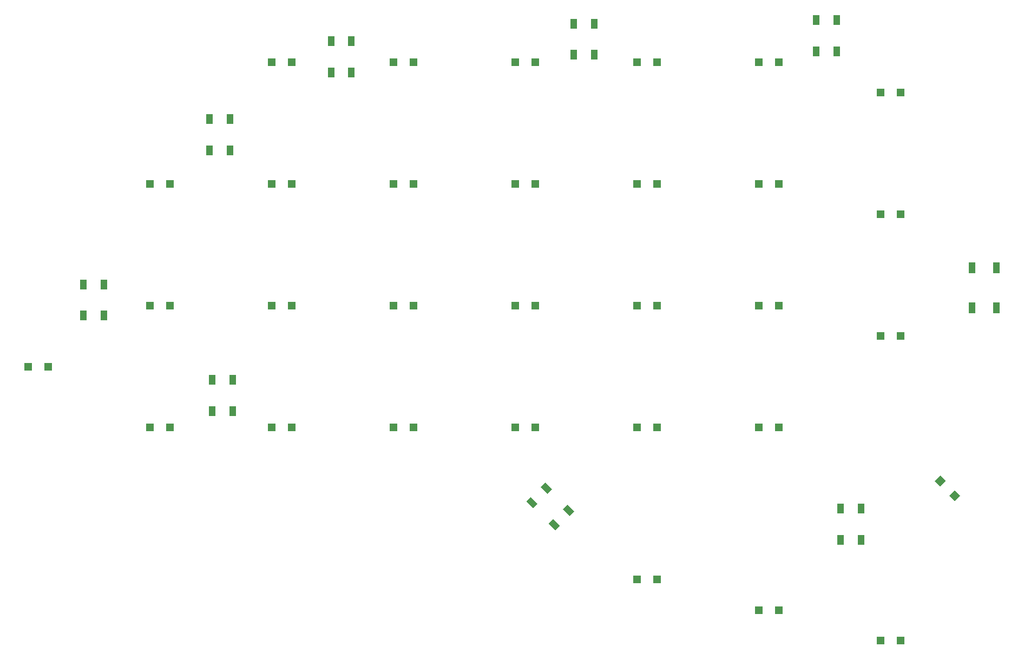
<source format=gbp>
%TF.GenerationSoftware,KiCad,Pcbnew,5.1.9*%
%TF.CreationDate,2021-04-06T00:25:38+02:00*%
%TF.ProjectId,splitkeeb - pro micros,73706c69-746b-4656-9562-202d2070726f,rev?*%
%TF.SameCoordinates,Original*%
%TF.FileFunction,Paste,Bot*%
%TF.FilePolarity,Positive*%
%FSLAX46Y46*%
G04 Gerber Fmt 4.6, Leading zero omitted, Abs format (unit mm)*
G04 Created by KiCad (PCBNEW 5.1.9) date 2021-04-06 00:25:38*
%MOMM*%
%LPD*%
G01*
G04 APERTURE LIST*
%ADD10R,1.200000X1.200000*%
%ADD11R,1.000000X1.500000*%
%ADD12R,1.000000X1.700000*%
%ADD13C,0.100000*%
G04 APERTURE END LIST*
D10*
%TO.C,D28*%
X188819420Y-78438640D03*
X191969420Y-78438640D03*
%TD*%
%TO.C,D6*%
X96719420Y-73681140D03*
X93569420Y-73681140D03*
%TD*%
%TO.C,D29*%
X191949420Y-97488640D03*
X188799420Y-97488640D03*
%TD*%
%TO.C,D1*%
X74509420Y-73681140D03*
X77659420Y-73681140D03*
%TD*%
%TO.C,D9*%
X112609420Y-54621140D03*
X115759420Y-54621140D03*
%TD*%
%TO.C,D24*%
X169759420Y-92731140D03*
X172909420Y-92731140D03*
%TD*%
%TO.C,D15*%
X134809420Y-92718640D03*
X131659420Y-92718640D03*
%TD*%
%TO.C,D13*%
X131659420Y-54621140D03*
X134809420Y-54621140D03*
%TD*%
%TO.C,D19*%
X150709420Y-92711140D03*
X153859420Y-92711140D03*
%TD*%
%TO.C,D7*%
X93569420Y-92711140D03*
X96719420Y-92711140D03*
%TD*%
%TO.C,D2*%
X77659420Y-92721140D03*
X74509420Y-92721140D03*
%TD*%
D11*
%TO.C,D39*%
X102824420Y-51308640D03*
X106024420Y-51308640D03*
X102824420Y-56208640D03*
X106024420Y-56208640D03*
%TD*%
D10*
%TO.C,D10*%
X115759420Y-73691140D03*
X112609420Y-73691140D03*
%TD*%
%TO.C,D14*%
X134809420Y-73681140D03*
X131659420Y-73681140D03*
%TD*%
%TO.C,D22*%
X169759420Y-54621140D03*
X172909420Y-54621140D03*
%TD*%
%TO.C,D15*%
X115759420Y-92728640D03*
X112609420Y-92728640D03*
%TD*%
%TO.C,D23*%
X172909420Y-73681140D03*
X169759420Y-73681140D03*
%TD*%
%TO.C,D21*%
X153859420Y-135588640D03*
X150709420Y-135588640D03*
%TD*%
%TO.C,D3*%
X77659420Y-111778640D03*
X74509420Y-111778640D03*
%TD*%
%TO.C,D8*%
X93569420Y-111778640D03*
X96719420Y-111778640D03*
%TD*%
%TO.C,D5*%
X96709420Y-54631140D03*
X93559420Y-54631140D03*
%TD*%
D12*
%TO.C,SW1*%
X203114420Y-86768640D03*
X203114420Y-93068640D03*
X206914420Y-86768640D03*
X206914420Y-93068640D03*
%TD*%
D10*
%TO.C,D18*%
X153834420Y-73648640D03*
X150684420Y-73648640D03*
%TD*%
D11*
%TO.C,D35*%
X178714420Y-48038640D03*
X181914420Y-48038640D03*
X178714420Y-52938640D03*
X181914420Y-52938640D03*
%TD*%
%TO.C,D37*%
X140804420Y-48568640D03*
X144004420Y-48568640D03*
X140804420Y-53468640D03*
X144004420Y-53468640D03*
%TD*%
%TO.C,D38*%
X182554420Y-124438640D03*
X185754420Y-124438640D03*
X182554420Y-129338640D03*
X185754420Y-129338640D03*
%TD*%
D13*
%TO.C,D40*%
G36*
X135144521Y-123714376D02*
G01*
X134437415Y-124421482D01*
X133376755Y-123360822D01*
X134083861Y-122653716D01*
X135144521Y-123714376D01*
G37*
G36*
X137407262Y-121451635D02*
G01*
X136700156Y-122158741D01*
X135639496Y-121098081D01*
X136346602Y-120390975D01*
X137407262Y-121451635D01*
G37*
G36*
X138609344Y-127179199D02*
G01*
X137902238Y-127886305D01*
X136841578Y-126825645D01*
X137548684Y-126118539D01*
X138609344Y-127179199D01*
G37*
G36*
X140872085Y-124916458D02*
G01*
X140164979Y-125623564D01*
X139104319Y-124562904D01*
X139811425Y-123855798D01*
X140872085Y-124916458D01*
G37*
%TD*%
D11*
%TO.C,D41*%
X87004420Y-68388640D03*
X83804420Y-68388640D03*
X87004420Y-63488640D03*
X83804420Y-63488640D03*
%TD*%
%TO.C,D42*%
X84224420Y-104328640D03*
X87424420Y-104328640D03*
X84224420Y-109228640D03*
X87424420Y-109228640D03*
%TD*%
%TO.C,D43*%
X64094420Y-89378640D03*
X67294420Y-89378640D03*
X64094420Y-94278640D03*
X67294420Y-94278640D03*
%TD*%
D10*
%TO.C,D17*%
X150709420Y-54621140D03*
X153859420Y-54621140D03*
%TD*%
%TO.C,D27*%
X191969420Y-59378640D03*
X188819420Y-59378640D03*
%TD*%
%TO.C,D20*%
X150709420Y-111781140D03*
X153859420Y-111781140D03*
%TD*%
%TO.C,D25*%
X172909420Y-111778640D03*
X169759420Y-111778640D03*
%TD*%
%TO.C,D16*%
X131659420Y-111781140D03*
X134809420Y-111781140D03*
%TD*%
%TO.C,D4*%
X58609420Y-102248640D03*
X55459420Y-102248640D03*
%TD*%
%TO.C,D12*%
X112609420Y-111778640D03*
X115759420Y-111778640D03*
%TD*%
%TO.C,D31*%
X188809420Y-145113640D03*
X191959420Y-145113640D03*
%TD*%
D13*
%TO.C,D30*%
G36*
X197304699Y-120184947D02*
G01*
X198153227Y-119336419D01*
X199001755Y-120184947D01*
X198153227Y-121033475D01*
X197304699Y-120184947D01*
G37*
G36*
X199532085Y-122412333D02*
G01*
X200380613Y-121563805D01*
X201229141Y-122412333D01*
X200380613Y-123260861D01*
X199532085Y-122412333D01*
G37*
%TD*%
D10*
%TO.C,D26*%
X169759420Y-140346140D03*
X172909420Y-140346140D03*
%TD*%
M02*

</source>
